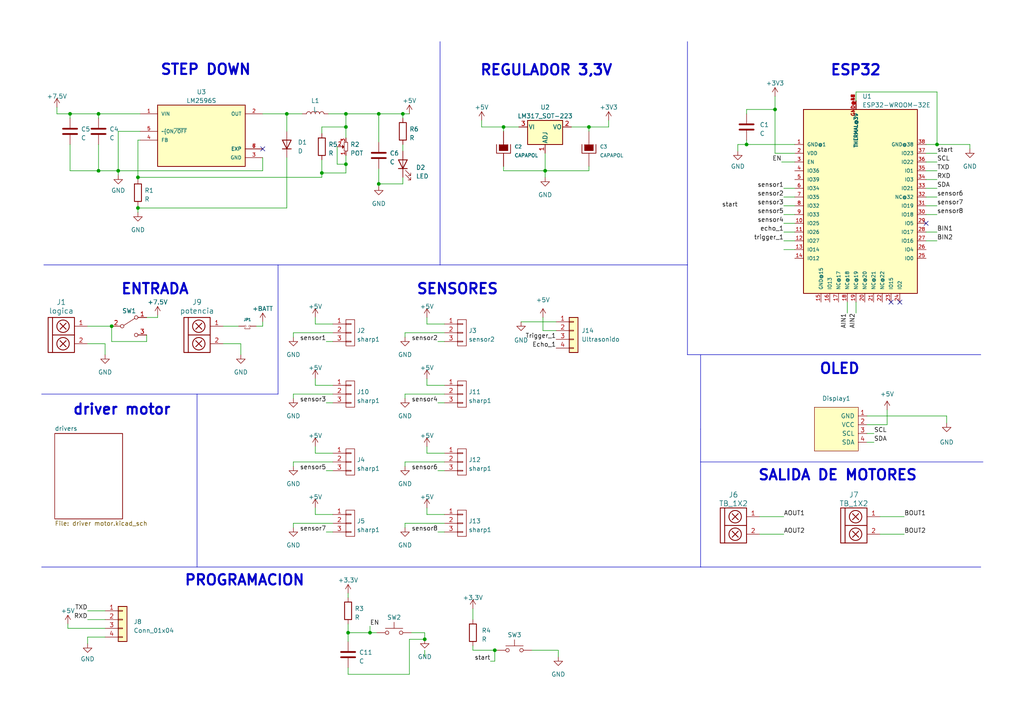
<source format=kicad_sch>
(kicad_sch (version 20230121) (generator eeschema)
  (paper "A4")
  (lib_symbols
    (symbol "CONN_01X03_1" (pin_names (offset 1.016) hide)
      (property "Reference" "J" (at 0 5.08 0))
      (property "Value" "CONN_01X03" (at 2.54 0 90))
      (symbol "CONN_01X03_1_0_1"
        (rectangle (start -1.27 -2.413) (end 0.254 -2.667))
        (rectangle (start -1.27 0.127) (end 0.254 -0.127))
        (rectangle (start -1.27 2.667) (end 0.254 2.413))
        (rectangle (start -1.27 3.81) (end 1.27 -3.81))
      )
      (symbol "CONN_01X03_1_1_1"
        (pin passive line (at -5.08 2.54 0) (length 3.81) (name "P1") (number "1"))
        (pin passive line (at -5.08 0 0) (length 3.81) (name "P2") (number "2"))
        (pin passive line (at -5.08 -2.54 0) (length 3.81) (name "P3") (number "3"))
      )
    )
    (symbol "Conn_01x04_1" (pin_names (offset 1.016) hide)
      (property "Reference" "J" (at 0 5.08 0))
      (property "Value" "Conn_01x04" (at 0 -7.62 0))
      (symbol "Conn_01x04_1_1_1"
        (rectangle (start -1.27 -4.953) (end 0 -5.207) (stroke (width 0.1524)))
        (rectangle (start -1.27 -2.413) (end 0 -2.667) (stroke (width 0.1524)))
        (rectangle (start -1.27 0.127) (end 0 -0.127) (stroke (width 0.1524)))
        (rectangle (start -1.27 2.667) (end 0 2.413) (stroke (width 0.1524)))
        (rectangle (start -1.27 3.81) (end 1.27 -6.35) (stroke (width 0.254)) (fill (type background)))
        (pin passive line (at -5.08 2.54 0) (length 3.81) (name "Pin_1") (number "1"))
        (pin passive line (at -5.08 0 0) (length 3.81) (name "Pin_2") (number "2"))
        (pin passive line (at -5.08 -2.54 0) (length 3.81) (name "Pin_3") (number "3"))
        (pin passive line (at -5.08 -5.08 0) (length 3.81) (name "Pin_4") (number "4"))
      )
    )
    (symbol "Device:C" (pin_numbers hide) (pin_names (offset 0.254))
      (property "Reference" "C" (at 0.635 2.54 0))
      (property "Value" "C" (at 0.635 -2.54 0))
      (symbol "C_0_1"
        (polyline (pts (xy -2.032 -0.762) (xy 2.032 -0.762)) (stroke (width 0.508)))
        (polyline (pts (xy -2.032 0.762) (xy 2.032 0.762)) (stroke (width 0.508)))
      )
      (symbol "C_1_1"
        (pin passive line (at 0 3.81 270) (length 2.794) (name "~") (number "1"))
        (pin passive line (at 0 -3.81 90) (length 2.794) (name "~") (number "2"))
      )
    )
    (symbol "Device:D" (pin_numbers hide) (pin_names (offset 1.016) hide)
      (property "Reference" "D" (at 0 2.54 0))
      (property "Value" "D" (at 0 -2.54 0))
      (symbol "D_0_1"
        (polyline (pts (xy -1.27 1.27) (xy -1.27 -1.27)) (stroke (width 0.254)))
        (polyline (pts (xy 1.27 0) (xy -1.27 0)))
        (polyline (pts (xy 1.27 1.27) (xy 1.27 -1.27) (xy -1.27 0) (xy 1.27 1.27)) (stroke (width 0.254)))
      )
      (symbol "D_1_1"
        (pin passive line (at -3.81 0 0) (length 2.54) (name "K") (number "1"))
        (pin passive line (at 3.81 0 180) (length 2.54) (name "A") (number "2"))
      )
    )
    (symbol "Device:L" (pin_numbers hide) (pin_names (offset 1.016) hide)
      (property "Reference" "L" (at -1.27 0 90))
      (property "Value" "L" (at 1.905 0 90))
      (symbol "L_0_1"
        (arc (start 0 -2.54) (mid 0.6323 -1.905) (end 0 -1.27))
        (arc (start 0 -1.27) (mid 0.6323 -0.635) (end 0 0))
        (arc (start 0 0) (mid 0.6323 0.635) (end 0 1.27))
        (arc (start 0 1.27) (mid 0.6323 1.905) (end 0 2.54))
      )
      (symbol "L_1_1"
        (pin passive line (at 0 3.81 270) (length 1.27) (name "1") (number "1"))
        (pin passive line (at 0 -3.81 90) (length 1.27) (name "2") (number "2"))
      )
    )
    (symbol "Device:LED" (pin_numbers hide) (pin_names (offset 1.016) hide)
      (property "Reference" "D" (at 0 2.54 0))
      (property "Value" "LED" (at 0 -2.54 0))
      (symbol "LED_0_1"
        (polyline (pts (xy -1.27 -1.27) (xy -1.27 1.27)) (stroke (width 0.254)))
        (polyline (pts (xy -1.27 0) (xy 1.27 0)))
        (polyline (pts (xy 1.27 -1.27) (xy 1.27 1.27) (xy -1.27 0) (xy 1.27 -1.27)) (stroke (width 0.254)))
        (polyline (pts (xy -3.048 -0.762) (xy -4.572 -2.286) (xy -3.81 -2.286) (xy -4.572 -2.286) (xy -4.572 -1.524)))
        (polyline (pts (xy -1.778 -0.762) (xy -3.302 -2.286) (xy -2.54 -2.286) (xy -3.302 -2.286) (xy -3.302 -1.524)))
      )
      (symbol "LED_1_1"
        (pin passive line (at -3.81 0 0) (length 2.54) (name "K") (number "1"))
        (pin passive line (at 3.81 0 180) (length 2.54) (name "A") (number "2"))
      )
    )
    (symbol "Device:R" (pin_numbers hide) (pin_names (offset 0))
      (property "Reference" "R" (at 2.032 0 90))
      (property "Value" "R" (at 0 0 90))
      (symbol "R_0_1"
        (rectangle (start -1.016 -2.54) (end 1.016 2.54) (stroke (width 0.254)))
      )
      (symbol "R_1_1"
        (pin passive line (at 0 3.81 270) (length 1.27) (name "~") (number "1"))
        (pin passive line (at 0 -3.81 90) (length 1.27) (name "~") (number "2"))
      )
    )
    (symbol "EESTN5:CAPAPOL" (pin_numbers hide) (pin_names (offset 0.254) hide)
      (property "Reference" "C" (at 1.27 2.54 0))
      (property "Value" "CAPAPOL" (at 1.27 -2.54 0))
      (symbol "CAPAPOL_0_1"
        (polyline (pts (xy -2.032 1.27) (xy -2.032 -1.27) (xy 2.032 -1.27) (xy 2.032 1.27)) (stroke (width 0.2032)))
        (polyline (pts (xy -1.27 1.27) (xy -1.27 -0.508) (xy 1.27 -0.508) (xy 1.27 1.27)) (fill (type outline)))
      )
      (symbol "CAPAPOL_1_1"
        (pin passive line (at 0 5.08 270) (length 3.81) (name "~") (number "1"))
        (pin passive line (at 0 -5.08 90) (length 3.81) (name "~") (number "2"))
      )
    )
    (symbol "EESTN5:Conn_01x04" (pin_names (offset 1.016) hide)
      (property "Reference" "J" (at 0 5.08 0))
      (property "Value" "Conn_01x04" (at 0 -7.62 0))
      (symbol "Conn_01x04_1_1"
        (rectangle (start -1.27 -4.953) (end 0 -5.207) (stroke (width 0.1524)))
        (rectangle (start -1.27 -2.413) (end 0 -2.667) (stroke (width 0.1524)))
        (rectangle (start -1.27 0.127) (end 0 -0.127) (stroke (width 0.1524)))
        (rectangle (start -1.27 2.667) (end 0 2.413) (stroke (width 0.1524)))
        (rectangle (start -1.27 3.81) (end 1.27 -6.35) (stroke (width 0.254)) (fill (type background)))
        (pin passive line (at -5.08 2.54 0) (length 3.81) (name "Pin_1") (number "1"))
        (pin passive line (at -5.08 0 0) (length 3.81) (name "Pin_2") (number "2"))
        (pin passive line (at -5.08 -2.54 0) (length 3.81) (name "Pin_3") (number "3"))
        (pin passive line (at -5.08 -5.08 0) (length 3.81) (name "Pin_4") (number "4"))
      )
    )
    (symbol "EESTN5:Jumper" (pin_numbers hide) (pin_names (offset 0) hide)
      (property "Reference" "JP" (at 0 -1.905 0))
      (symbol "Jumper_0_1"
        (circle (center -0.635 0) (radius 0.254) (stroke (width 0.0508)))
        (polyline (pts (xy -0.762 -0.508) (xy -0.762 -0.762) (xy 0.762 -0.762) (xy 0.762 -0.508) (xy 0.762 -0.508)) (stroke (width 0.127)))
        (circle (center 0.635 0) (radius 0.254) (stroke (width 0.0508)))
      )
      (symbol "Jumper_1_1"
        (pin passive line (at -2.54 0 0) (length 1.651) (name "A") (number "1"))
        (pin passive line (at 2.54 0 180) (length 1.651) (name "B") (number "2"))
      )
    )
    (symbol "EESTN5:POT" (pin_names (offset 1.016) hide)
      (property "Reference" "R" (at 0 -1.27 0))
      (property "Value" "POT" (at 0 -3.81 0))
      (symbol "POT_0_0"
        (rectangle (start -1.27 0.508) (end 1.27 -0.508))
      )
      (symbol "POT_0_1"
        (polyline (pts (xy 0 0.508) (xy -0.508 1.016) (xy 0.508 1.016)) (fill (type outline)))
      )
      (symbol "POT_1_1"
        (pin passive line (at -2.54 0 0) (length 1.27) (name "1") (number "1"))
        (pin passive line (at 0 2.54 270) (length 1.524) (name "2") (number "2"))
        (pin passive line (at 2.54 0 180) (length 1.27) (name "3") (number "3"))
      )
    )
    (symbol "EESTN5:SSD1306-SSD1306-128x64_OLED" (pin_names (offset 1.016))
      (property "Reference" "Display" (at 0 -3.81 0))
      (symbol "SSD1306-SSD1306-128x64_OLED_0_1"
        (rectangle (start -6.35 6.35) (end 6.35 -6.35) (fill (type background)))
      )
      (symbol "SSD1306-SSD1306-128x64_OLED_1_1"
        (pin input line (at -3.81 8.89 270) (length 2.54) (name "GND") (number "1"))
        (pin input line (at -1.27 8.89 270) (length 2.54) (name "VCC") (number "2"))
        (pin input line (at 1.27 8.89 270) (length 2.54) (name "SCL") (number "3"))
        (pin input line (at 3.81 8.89 270) (length 2.54) (name "SDA") (number "4"))
      )
    )
    (symbol "EESTN5:SW_Push" (pin_numbers hide) (pin_names (offset 1.016) hide)
      (property "Reference" "SW" (at 1.27 2.54 0))
      (symbol "SW_Push_0_1"
        (circle (center -2.032 0) (radius 0.508))
        (polyline (pts (xy 0 1.27) (xy 0 3.048)))
        (polyline (pts (xy 2.54 1.27) (xy -2.54 1.27)))
        (circle (center 2.032 0) (radius 0.508))
        (pin passive line (at -5.08 0 0) (length 2.54) (name "1") (number "1"))
        (pin passive line (at 5.08 0 180) (length 2.54) (name "2") (number "2"))
      )
    )
    (symbol "EESTN5:SW_SPDT" (pin_names (offset 0) hide)
      (property "Reference" "SW" (at 0 4.318 0))
      (symbol "SW_SPDT_0_0"
        (circle (center -2.032 0) (radius 0.508))
        (circle (center 2.032 -2.54) (radius 0.508))
      )
      (symbol "SW_SPDT_0_1"
        (polyline (pts (xy -1.524 0.254) (xy 1.651 2.286)))
        (circle (center 2.032 2.54) (radius 0.508))
      )
      (symbol "SW_SPDT_1_1"
        (pin passive line (at 5.08 2.54 180) (length 2.54) (name "A") (number "1"))
        (pin passive line (at -5.08 0 0) (length 2.54) (name "B") (number "2"))
        (pin passive line (at 5.08 -2.54 180) (length 2.54) (name "C") (number "3"))
      )
    )
    (symbol "EESTN5:TB_1X2" (pin_names (offset 1.016))
      (property "Reference" "J" (at 0 7.62 0))
      (property "Value" "TB_1X2" (at 1.27 -7.62 0))
      (symbol "TB_1X2_0_1"
        (rectangle (start -2.54 5.08) (end 5.08 -5.08) (stroke (width 0.254)))
        (polyline (pts (xy -1.27 0) (xy 5.08 0)) (stroke (width 0.254)))
        (polyline (pts (xy -1.27 5.08) (xy -1.27 -5.08)) (stroke (width 0.254)))
        (polyline (pts (xy 0.889 -3.429) (xy 2.667 -1.651)) (stroke (width 0.254)))
        (polyline (pts (xy 0.889 -1.651) (xy 2.667 -3.429)) (stroke (width 0.254)))
        (polyline (pts (xy 0.889 1.651) (xy 2.667 3.429)) (stroke (width 0.254)))
        (polyline (pts (xy 0.889 3.429) (xy 2.667 1.651)) (stroke (width 0.254)))
        (circle (center 1.778 -2.54) (radius 1.8034) (stroke (width 0.254)))
        (circle (center 1.778 2.54) (radius 1.8034) (stroke (width 0.254)))
      )
      (symbol "TB_1X2_1_1"
        (pin input line (at 8.89 2.54 180) (length 3.81) (name "~") (number "1"))
        (pin input line (at 8.89 -2.54 180) (length 3.81) (name "~") (number "2"))
      )
    )
    (symbol "ESP32-WROOM-32-chip:ESP32-WROOM-32E" (pin_names (offset 1.016))
      (property "Reference" "U" (at -17.78 30.48 0))
      (property "Value" "ESP32-WROOM-32E" (at -17.78 -38.1 0))
      (symbol "ESP32-WROOM-32E_0_0"
        (rectangle (start -15.24 -30.48) (end 17.78 22.86) (stroke (width 0.254)) (fill (type background)))
        (pin bidirectional line (at -17.78 12.7 0) (length 2.54) (name "GND@1") (number "1"))
        (pin bidirectional line (at -17.78 -10.16 0) (length 2.54) (name "IO25") (number "10"))
        (pin bidirectional line (at -17.78 -12.7 0) (length 2.54) (name "IO26") (number "11"))
        (pin bidirectional line (at -17.78 -15.24 0) (length 2.54) (name "IO27") (number "12"))
        (pin bidirectional line (at -17.78 -17.78 0) (length 2.54) (name "IO14") (number "13"))
        (pin bidirectional line (at -17.78 -20.32 0) (length 2.54) (name "IO12") (number "14"))
        (pin bidirectional line (at -10.16 -33.02 90) (length 2.54) (name "GND@15") (number "15"))
        (pin bidirectional line (at -7.62 -33.02 90) (length 2.54) (name "IO13") (number "16"))
        (pin bidirectional line (at -5.08 -33.02 90) (length 2.54) (name "NC@17") (number "17"))
        (pin bidirectional line (at -2.54 -33.02 90) (length 2.54) (name "NC@18") (number "18"))
        (pin bidirectional line (at 0 -33.02 90) (length 2.54) (name "NC@19") (number "19"))
        (pin bidirectional line (at -17.78 10.16 0) (length 2.54) (name "VDD") (number "2"))
        (pin bidirectional line (at 2.54 -33.02 90) (length 2.54) (name "NC@20") (number "20"))
        (pin bidirectional line (at 5.08 -33.02 90) (length 2.54) (name "NC@21") (number "21"))
        (pin bidirectional line (at 7.62 -33.02 90) (length 2.54) (name "NC@22") (number "22"))
        (pin bidirectional line (at 10.16 -33.02 90) (length 2.54) (name "IO15") (number "23"))
        (pin bidirectional line (at 12.7 -33.02 90) (length 2.54) (name "IO2") (number "24"))
        (pin bidirectional line (at 20.32 -20.32 180) (length 2.54) (name "IO0") (number "25"))
        (pin bidirectional line (at 20.32 -17.78 180) (length 2.54) (name "IO4") (number "26"))
        (pin bidirectional line (at 20.32 -15.24 180) (length 2.54) (name "IO16") (number "27"))
        (pin bidirectional line (at 20.32 -12.7 180) (length 2.54) (name "IO17") (number "28"))
        (pin bidirectional line (at 20.32 -10.16 180) (length 2.54) (name "IO5") (number "29"))
        (pin bidirectional line (at -17.78 7.62 0) (length 2.54) (name "EN") (number "3"))
        (pin bidirectional line (at 20.32 -7.62 180) (length 2.54) (name "IO18") (number "30"))
        (pin bidirectional line (at 20.32 -5.08 180) (length 2.54) (name "IO19") (number "31"))
        (pin bidirectional line (at 20.32 -2.54 180) (length 2.54) (name "NC@32") (number "32"))
        (pin bidirectional line (at 20.32 0 180) (length 2.54) (name "IO21") (number "33"))
        (pin bidirectional line (at 20.32 2.54 180) (length 2.54) (name "IO3") (number "34"))
        (pin bidirectional line (at 20.32 5.08 180) (length 2.54) (name "IO1") (number "35"))
        (pin bidirectional line (at 20.32 7.62 180) (length 2.54) (name "IO22") (number "36"))
        (pin bidirectional line (at 20.32 10.16 180) (length 2.54) (name "IO23") (number "37"))
        (pin bidirectional line (at 20.32 12.7 180) (length 2.54) (name "GND@38") (number "38"))
        (pin bidirectional line (at -17.78 5.08 0) (length 2.54) (name "IO36") (number "4"))
        (pin bidirectional line (at -17.78 2.54 0) (length 2.54) (name "IO39") (number "5"))
        (pin bidirectional line (at -17.78 0 0) (length 2.54) (name "IO34") (number "6"))
        (pin bidirectional line (at -17.78 -2.54 0) (length 2.54) (name "IO35") (number "7"))
        (pin bidirectional line (at -17.78 -5.08 0) (length 2.54) (name "IO32") (number "8"))
        (pin bidirectional line (at -17.78 -7.62 0) (length 2.54) (name "IO33") (number "9"))
        (pin bidirectional line (at 0 25.4 270) (length 2.54) (name "THERMAL@39") (number "GND@39"))
        (pin bidirectional line (at 0 25.4 270) (length 2.54) (name "THERMAL@39") (number "GND@40"))
        (pin bidirectional line (at 0 25.4 270) (length 2.54) (name "THERMAL@39") (number "GND@41"))
        (pin bidirectional line (at 0 25.4 270) (length 2.54) (name "THERMAL@39") (number "GND@42"))
        (pin bidirectional line (at 0 25.4 270) (length 2.54) (name "THERMAL@39") (number "GND@43"))
        (pin bidirectional line (at 0 25.4 270) (length 2.54) (name "THERMAL@39") (number "GND@44"))
        (pin bidirectional line (at 0 25.4 270) (length 2.54) (name "THERMAL@39") (number "GND@45"))
        (pin bidirectional line (at 0 25.4 270) (length 2.54) (name "THERMAL@39") (number "GND@46"))
        (pin bidirectional line (at 0 25.4 270) (length 2.54) (name "THERMAL@39") (number "GND@47"))
      )
    )
    (symbol "LM2596S-3.3:LM2596S-3.3" (pin_names (offset 1.016))
      (property "Reference" "U" (at -12.7 11.43 0))
      (property "Value" "LM2596S-3.3" (at -12.7 -8.89 0))
      (symbol "LM2596S-3.3_0_0"
        (rectangle (start -12.7 -7.62) (end 12.7 10.16) (stroke (width 0.254)) (fill (type background)))
        (pin input line (at -17.78 7.62 0) (length 5.08) (name "VIN") (number "1"))
        (pin output line (at 17.78 7.62 180) (length 5.08) (name "OUT") (number "2"))
        (pin power_in line (at 17.78 -5.08 180) (length 5.08) (name "GND") (number "3"))
        (pin input line (at -17.78 0 0) (length 5.08) (name "FB") (number "4"))
        (pin input line (at -17.78 2.54 0) (length 5.08) (name "~{ON~{/OFF}") (number "5"))
        (pin power_in line (at 17.78 -2.54 180) (length 5.08) (name "EXP") (number "6"))
        (pin power_in line (at 17.78 -2.54 180) (length 5.08) (name "EXP") (number "7"))
      )
    )
    (symbol "Regulator_Linear:LM317_SOT-223" (pin_names (offset 0.254))
      (property "Reference" "U" (at -3.81 3.175 0))
      (property "Value" "LM317_SOT-223" (at 0 3.175 0))
      (symbol "LM317_SOT-223_0_1"
        (rectangle (start -5.08 1.905) (end 5.08 -5.08) (stroke (width 0.254)) (fill (type background)))
      )
      (symbol "LM317_SOT-223_1_1"
        (pin input line (at 0 -7.62 90) (length 2.54) (name "ADJ") (number "1"))
        (pin power_out line (at 7.62 0 180) (length 2.54) (name "VO") (number "2"))
        (pin power_in line (at -7.62 0 0) (length 2.54) (name "VI") (number "3"))
      )
    )
    (symbol "power:+3.3V" (power) (pin_names (offset 0))
      (property "Value" "+3.3V" (at 0 3.556 0))
      (symbol "+3.3V_0_1"
        (polyline (pts (xy -0.762 1.27) (xy 0 2.54)))
        (polyline (pts (xy 0 0) (xy 0 2.54)))
        (polyline (pts (xy 0 2.54) (xy 0.762 1.27)))
      )
      (symbol "+3.3V_1_1"
        (pin power_in line (at 0 0 90) (length 0) hide (name "+3.3V") (number "1"))
      )
    )
    (symbol "power:+3V3" (power) (pin_names (offset 0))
      (property "Value" "+3V3" (at 0 3.556 0))
      (symbol "+3V3_0_1"
        (polyline (pts (xy -0.762 1.27) (xy 0 2.54)))
        (polyline (pts (xy 0 0) (xy 0 2.54)))
        (polyline (pts (xy 0 2.54) (xy 0.762 1.27)))
      )
      (symbol "+3V3_1_1"
        (pin power_in line (at 0 0 90) (length 0) hide (name "+3V3") (number "1"))
      )
    )
    (symbol "power:+5V" (power) (pin_names (offset 0))
      (property "Value" "+5V" (at 0 3.556 0))
      (symbol "+5V_0_1"
        (polyline (pts (xy -0.762 1.27) (xy 0 2.54)))
        (polyline (pts (xy 0 0) (xy 0 2.54)))
        (polyline (pts (xy 0 2.54) (xy 0.762 1.27)))
      )
      (symbol "+5V_1_1"
        (pin power_in line (at 0 0 90) (length 0) hide (name "+5V") (number "1"))
      )
    )
    (symbol "power:+7.5V" (power) (pin_names (offset 0))
      (property "Value" "+7.5V" (at 0 3.556 0))
      (symbol "+7.5V_0_1"
        (polyline (pts (xy -0.762 1.27) (xy 0 2.54)))
        (polyline (pts (xy 0 0) (xy 0 2.54)))
        (polyline (pts (xy 0 2.54) (xy 0.762 1.27)))
      )
      (symbol "+7.5V_1_1"
        (pin power_in line (at 0 0 90) (length 0) hide (name "+7.5V") (number "1"))
      )
    )
    (symbol "power:+BATT" (power) (pin_names (offset 0))
      (property "Value" "+BATT" (at 0 3.556 0))
      (symbol "+BATT_0_1"
        (polyline (pts (xy -0.762 1.27) (xy 0 2.54)))
        (polyline (pts (xy 0 0) (xy 0 2.54)))
        (polyline (pts (xy 0 2.54) (xy 0.762 1.27)))
      )
      (symbol "+BATT_1_1"
        (pin power_in line (at 0 0 90) (length 0) hide (name "+BATT") (number "1"))
      )
    )
    (symbol "power:GND" (power) (pin_names (offset 0))
      (property "Value" "GND" (at 0 -3.81 0))
      (symbol "GND_0_1"
        (polyline (pts (xy 0 0) (xy 0 -1.27) (xy 1.27 -1.27) (xy 0 -2.54) (xy -1.27 -1.27) (xy 0 -1.27)))
      )
      (symbol "GND_1_1"
        (pin power_in line (at 0 0 270) (length 0) hide (name "GND") (number "1"))
      )
    )
  )
  (junction (at 158.115 49.53))
  (junction (at 116.84 33.02))
  (junction (at 32.385 94.615))
  (junction (at 146.05 36.83))
  (junction (at 83.185 33.02))
  (junction (at 100.33 36.83))
  (junction (at 34.29 49.53))
  (junction (at 40.005 60.325))
  (junction (at 93.345 50.165))
  (junction (at 170.815 36.83))
  (junction (at 28.575 49.53))
  (junction (at 100.33 47.625))
  (junction (at 216.535 41.91))
  (junction (at 107.315 183.515))
  (junction (at 100.965 183.515))
  (junction (at 123.19 185.42))
  (junction (at 143.51 188.595))
  (junction (at 100.33 33.02))
  (junction (at 20.32 33.02))
  (junction (at 28.575 33.02))
  (junction (at 224.79 31.75))
  (junction (at 40.005 51.435))
  (junction (at 109.855 33.02))
  (junction (at 271.78 41.91))
  (junction (at 109.855 53.34))
  (no_connect (at 76.2 43.18))
  (no_connect (at 258.445 87.63))
  (no_connect (at 260.985 87.63))
  (no_connect (at 268.605 64.77))
  (wire (pts (xy 93.345 38.735) (xy 93.345 36.83)))
  (polyline (pts (xy 127.635 76.835) (xy 199.39 76.835)))
  (wire (pts (xy 25.4 94.615) (xy 32.385 94.615)))
  (wire (pts (xy 94.615 154.305) (xy 96.52 154.305)))
  (wire (pts (xy 227.33 54.61) (xy 230.505 54.61)))
  (wire (pts (xy 165.735 36.83) (xy 170.815 36.83)))
  (wire (pts (xy 158.115 49.53) (xy 158.115 51.435)))
  (wire (pts (xy 100.33 47.625) (xy 100.33 50.165)))
  (polyline (pts (xy 203.2 164.465) (xy 284.48 164.465)))
  (wire (pts (xy 109.855 33.02) (xy 109.855 41.275)))
  (wire (pts (xy 216.535 31.75) (xy 224.79 31.75)))
  (wire (pts (xy 146.05 49.53) (xy 158.115 49.53)))
  (wire (pts (xy 93.345 46.355) (xy 93.345 50.165)))
  (wire (pts (xy 93.345 51.435) (xy 93.345 50.165)))
  (wire (pts (xy 64.77 99.695) (xy 69.85 99.695)))
  (wire (pts (xy 268.605 44.45) (xy 271.78 44.45)))
  (wire (pts (xy 40.005 51.435) (xy 40.005 52.07)))
  (wire (pts (xy 226.695 46.99) (xy 230.505 46.99)))
  (wire (pts (xy 128.905 151.765) (xy 117.475 151.765)))
  (wire (pts (xy 34.29 38.1) (xy 34.29 49.53)))
  (wire (pts (xy 91.44 92.075) (xy 91.44 93.98)))
  (wire (pts (xy 251.46 123.19) (xy 257.302 123.19)))
  (wire (pts (xy 25.4 179.705) (xy 30.48 179.705)))
  (wire (pts (xy 123.19 183.515) (xy 123.19 185.42)))
  (wire (pts (xy 94.615 136.525) (xy 96.52 136.525)))
  (wire (pts (xy 268.605 69.85) (xy 271.78 69.85)))
  (wire (pts (xy 91.44 109.855) (xy 91.44 111.76)))
  (wire (pts (xy 83.185 45.72) (xy 83.185 60.325)))
  (wire (pts (xy 227.33 59.69) (xy 230.505 59.69)))
  (wire (pts (xy 268.605 52.07) (xy 271.78 52.07)))
  (wire (pts (xy 30.48 184.785) (xy 25.4 184.785)))
  (wire (pts (xy 25.4 177.165) (xy 30.48 177.165)))
  (wire (pts (xy 251.46 120.65) (xy 274.574 120.65)))
  (wire (pts (xy 227.33 72.39) (xy 230.505 72.39)))
  (wire (pts (xy 40.005 40.64) (xy 40.64 40.64)))
  (wire (pts (xy 268.605 46.99) (xy 271.78 46.99)))
  (wire (pts (xy 227.33 67.31) (xy 230.505 67.31)))
  (wire (pts (xy 220.345 149.86) (xy 227.33 149.86)))
  (wire (pts (xy 116.84 51.435) (xy 116.84 53.34)))
  (wire (pts (xy 224.79 44.45) (xy 230.505 44.45)))
  (wire (pts (xy 139.7 36.83) (xy 146.05 36.83)))
  (wire (pts (xy 96.52 133.985) (xy 85.09 133.985)))
  (polyline (pts (xy 12.065 114.3) (xy 80.645 114.3)))
  (wire (pts (xy 42.545 92.075) (xy 45.72 92.075)))
  (wire (pts (xy 32.385 99.06) (xy 42.545 99.06)))
  (wire (pts (xy 109.855 53.975) (xy 109.855 53.34)))
  (wire (pts (xy 107.315 183.515) (xy 109.22 183.515)))
  (wire (pts (xy 30.48 99.695) (xy 30.48 102.87)))
  (wire (pts (xy 119.38 183.515) (xy 123.19 183.515)))
  (wire (pts (xy 76.2 33.02) (xy 83.185 33.02)))
  (wire (pts (xy 220.345 154.94) (xy 227.33 154.94)))
  (wire (pts (xy 109.855 53.34) (xy 116.84 53.34)))
  (wire (pts (xy 128.905 149.225) (xy 123.825 149.225)))
  (wire (pts (xy 83.185 33.02) (xy 87.63 33.02)))
  (wire (pts (xy 100.965 195.58) (xy 118.745 195.58)))
  (wire (pts (xy 109.855 33.02) (xy 116.84 33.02)))
  (wire (pts (xy 85.09 96.52) (xy 85.09 97.79)))
  (wire (pts (xy 128.905 111.76) (xy 123.825 111.76)))
  (wire (pts (xy 143.51 188.595) (xy 143.51 191.77)))
  (polyline (pts (xy 80.645 114.3) (xy 80.645 76.835)))
  (wire (pts (xy 19.685 180.975) (xy 19.685 182.245)))
  (polyline (pts (xy 199.39 12.065) (xy 199.39 76.835)))
  (wire (pts (xy 158.115 44.45) (xy 158.115 49.53)))
  (polyline (pts (xy 203.2 124.46) (xy 203.2 133.985)))
  (wire (pts (xy 255.27 154.94) (xy 262.255 154.94)))
  (wire (pts (xy 161.925 188.595) (xy 161.925 190.5)))
  (wire (pts (xy 268.605 57.15) (xy 271.78 57.15)))
  (wire (pts (xy 146.05 48.26) (xy 146.05 49.53)))
  (wire (pts (xy 123.825 109.855) (xy 123.825 111.76)))
  (wire (pts (xy 128.905 133.985) (xy 117.475 133.985)))
  (wire (pts (xy 117.475 151.765) (xy 117.475 153.035)))
  (wire (pts (xy 123.825 147.32) (xy 123.825 149.225)))
  (wire (pts (xy 268.605 62.23) (xy 271.78 62.23)))
  (wire (pts (xy 96.52 131.445) (xy 91.44 131.445)))
  (wire (pts (xy 123.825 92.075) (xy 123.825 93.98)))
  (wire (pts (xy 216.535 41.91) (xy 213.995 41.91)))
  (wire (pts (xy 248.285 26.67) (xy 271.78 26.67)))
  (wire (pts (xy 85.09 133.985) (xy 85.09 135.255)))
  (wire (pts (xy 143.51 188.595) (xy 137.16 188.595)))
  (wire (pts (xy 268.605 59.69) (xy 271.78 59.69)))
  (wire (pts (xy 20.32 41.91) (xy 20.32 49.53)))
  (wire (pts (xy 30.48 182.245) (xy 19.685 182.245)))
  (wire (pts (xy 25.4 99.695) (xy 30.48 99.695)))
  (wire (pts (xy 100.965 183.515) (xy 107.315 183.515)))
  (wire (pts (xy 20.32 33.02) (xy 28.575 33.02)))
  (wire (pts (xy 40.005 59.69) (xy 40.005 60.325)))
  (wire (pts (xy 16.51 33.02) (xy 20.32 33.02)))
  (wire (pts (xy 157.48 92.075) (xy 157.48 95.885)))
  (wire (pts (xy 144.145 188.595) (xy 143.51 188.595)))
  (wire (pts (xy 100.33 33.02) (xy 109.855 33.02)))
  (wire (pts (xy 100.965 172.085) (xy 100.965 173.355)))
  (wire (pts (xy 109.855 48.895) (xy 109.855 53.34)))
  (wire (pts (xy 127 154.305) (xy 128.905 154.305)))
  (wire (pts (xy 28.575 49.53) (xy 34.29 49.53)))
  (wire (pts (xy 271.78 41.91) (xy 268.605 41.91)))
  (wire (pts (xy 20.32 49.53) (xy 28.575 49.53)))
  (wire (pts (xy 170.815 49.53) (xy 158.115 49.53)))
  (wire (pts (xy 248.285 90.805) (xy 248.285 87.63)))
  (wire (pts (xy 91.44 147.32) (xy 91.44 149.225)))
  (wire (pts (xy 117.475 96.52) (xy 117.475 97.79)))
  (wire (pts (xy 40.64 38.1) (xy 34.29 38.1)))
  (wire (pts (xy 271.78 26.67) (xy 271.78 41.91)))
  (wire (pts (xy 76.2 45.72) (xy 76.2 49.53)))
  (wire (pts (xy 45.72 91.44) (xy 45.72 92.075)))
  (wire (pts (xy 274.574 120.65) (xy 274.574 122.682)))
  (wire (pts (xy 93.345 36.83) (xy 100.33 36.83)))
  (wire (pts (xy 83.185 60.325) (xy 40.005 60.325)))
  (wire (pts (xy 34.29 49.53) (xy 34.29 50.8)))
  (wire (pts (xy 117.475 114.3) (xy 117.475 115.57)))
  (polyline (pts (xy 57.15 114.3) (xy 57.15 164.465)))
  (polyline (pts (xy 203.2 133.985) (xy 203.2 164.465)))
  (wire (pts (xy 28.575 33.02) (xy 40.64 33.02)))
  (wire (pts (xy 96.52 93.98) (xy 91.44 93.98)))
  (wire (pts (xy 216.535 33.02) (xy 216.535 31.75)))
  (polyline (pts (xy 12.7 76.835) (xy 127.635 76.835)))
  (wire (pts (xy 96.52 96.52) (xy 85.09 96.52)))
  (wire (pts (xy 28.575 41.91) (xy 28.575 49.53)))
  (wire (pts (xy 32.385 94.615) (xy 32.385 99.06)))
  (wire (pts (xy 281.305 41.91) (xy 281.305 43.18)))
  (wire (pts (xy 127 116.84) (xy 128.905 116.84)))
  (wire (pts (xy 100.965 193.675) (xy 100.965 195.58)))
  (wire (pts (xy 94.615 116.84) (xy 96.52 116.84)))
  (polyline (pts (xy 203.2 133.985) (xy 285.115 133.985)))
  (wire (pts (xy 128.905 96.52) (xy 117.475 96.52)))
  (wire (pts (xy 95.25 33.02) (xy 100.33 33.02)))
  (wire (pts (xy 128.905 131.445) (xy 123.825 131.445)))
  (wire (pts (xy 42.545 99.06) (xy 42.545 97.155)))
  (wire (pts (xy 117.475 133.985) (xy 117.475 135.255)))
  (wire (pts (xy 227.33 64.77) (xy 230.505 64.77)))
  (wire (pts (xy 245.745 90.805) (xy 245.745 87.63)))
  (wire (pts (xy 154.305 188.595) (xy 161.925 188.595)))
  (polyline (pts (xy 203.2 124.46) (xy 203.2 102.87)))
  (wire (pts (xy 224.79 31.75) (xy 224.79 44.45)))
  (wire (pts (xy 116.84 33.02) (xy 116.84 34.29)))
  (wire (pts (xy 64.77 94.615) (xy 69.215 94.615)))
  (wire (pts (xy 85.09 114.3) (xy 85.09 115.57)))
  (wire (pts (xy 25.4 184.785) (xy 25.4 186.69)))
  (wire (pts (xy 94.615 99.06) (xy 96.52 99.06)))
  (wire (pts (xy 116.84 33.02) (xy 118.745 33.02)))
  (wire (pts (xy 100.33 45.085) (xy 100.33 47.625)))
  (wire (pts (xy 151.13 93.345) (xy 161.29 93.345)))
  (wire (pts (xy 28.575 33.02) (xy 28.575 34.29)))
  (wire (pts (xy 128.905 114.3) (xy 117.475 114.3)))
  (wire (pts (xy 96.52 151.765) (xy 85.09 151.765)))
  (wire (pts (xy 123.19 188.595) (xy 123.19 190.5)))
  (wire (pts (xy 128.905 93.98) (xy 123.825 93.98)))
  (wire (pts (xy 97.79 42.545) (xy 97.79 47.625)))
  (wire (pts (xy 146.05 36.83) (xy 146.05 38.1)))
  (wire (pts (xy 123.825 129.54) (xy 123.825 131.445)))
  (wire (pts (xy 127 136.525) (xy 128.905 136.525)))
  (wire (pts (xy 161.29 95.885) (xy 157.48 95.885)))
  (wire (pts (xy 146.05 36.83) (xy 150.495 36.83)))
  (wire (pts (xy 248.285 29.21) (xy 248.285 26.67)))
  (wire (pts (xy 227.33 69.85) (xy 230.505 69.85)))
  (wire (pts (xy 40.005 51.435) (xy 93.345 51.435)))
  (wire (pts (xy 100.33 36.83) (xy 100.33 40.005)))
  (wire (pts (xy 96.52 149.225) (xy 91.44 149.225)))
  (wire (pts (xy 251.46 125.73) (xy 253.492 125.73)))
  (wire (pts (xy 216.535 40.64) (xy 216.535 41.91)))
  (wire (pts (xy 85.09 151.765) (xy 85.09 153.035)))
  (wire (pts (xy 91.44 129.54) (xy 91.44 131.445)))
  (wire (pts (xy 69.85 99.695) (xy 69.85 102.87)))
  (wire (pts (xy 96.52 111.76) (xy 91.44 111.76)))
  (wire (pts (xy 100.965 183.515) (xy 100.965 186.055)))
  (wire (pts (xy 268.605 67.31) (xy 271.78 67.31)))
  (wire (pts (xy 170.815 36.83) (xy 170.815 38.1)))
  (wire (pts (xy 76.2 93.345) (xy 76.2 94.615)))
  (wire (pts (xy 83.185 38.1) (xy 83.185 33.02)))
  (polyline (pts (xy 199.39 102.87) (xy 284.48 102.87)))
  (wire (pts (xy 170.815 48.26) (xy 170.815 49.53)))
  (polyline (pts (xy 127.635 12.065) (xy 127.635 76.835)))
  (wire (pts (xy 216.535 41.91) (xy 230.505 41.91)))
  (wire (pts (xy 93.345 50.165) (xy 100.33 50.165)))
  (wire (pts (xy 137.16 176.53) (xy 137.16 179.705)))
  (wire (pts (xy 127 99.06) (xy 128.905 99.06)))
  (wire (pts (xy 224.79 27.94) (xy 224.79 31.75)))
  (wire (pts (xy 268.605 54.61) (xy 271.78 54.61)))
  (wire (pts (xy 76.2 49.53) (xy 34.29 49.53)))
  (wire (pts (xy 176.53 34.925) (xy 176.53 36.83)))
  (wire (pts (xy 96.52 114.3) (xy 85.09 114.3)))
  (wire (pts (xy 137.16 187.325) (xy 137.16 188.595)))
  (polyline (pts (xy 199.39 76.835) (xy 199.39 102.87)))
  (wire (pts (xy 213.995 41.91) (xy 213.995 43.815)))
  (wire (pts (xy 255.27 149.86) (xy 262.255 149.86)))
  (wire (pts (xy 97.79 47.625) (xy 100.33 47.625)))
  (polyline (pts (xy 12.065 164.465) (xy 203.2 164.465)))
  (wire (pts (xy 268.605 49.53) (xy 271.78 49.53)))
  (wire (pts (xy 100.33 33.02) (xy 100.33 36.83)))
  (wire (pts (xy 170.815 36.83) (xy 176.53 36.83)))
  (wire (pts (xy 271.78 41.91) (xy 281.305 41.91)))
  (wire (pts (xy 257.302 118.872) (xy 257.302 123.19)))
  (wire (pts (xy 16.51 31.115) (xy 16.51 33.02)))
  (wire (pts (xy 74.295 94.615) (xy 76.2 94.615)))
  (wire (pts (xy 20.32 33.02) (xy 20.32 34.29)))
  (wire (pts (xy 40.005 60.325) (xy 40.005 61.595)))
  (wire (pts (xy 142.24 191.77) (xy 143.51 191.77)))
  (wire (pts (xy 251.46 128.27) (xy 253.492 128.27)))
  (wire (pts (xy 118.745 195.58) (xy 118.745 185.42)))
  (wire (pts (xy 116.84 43.815) (xy 116.84 41.91)))
  (wire (pts (xy 118.745 185.42) (xy 123.19 185.42)))
  (wire (pts (xy 139.7 34.925) (xy 139.7 36.83)))
  (wire (pts (xy 107.315 181.61) (xy 107.315 183.515)))
  (wire (pts (xy 227.33 62.23) (xy 230.505 62.23)))
  (wire (pts (xy 227.33 57.15) (xy 230.505 57.15)))
  (wire (pts (xy 40.005 40.64) (xy 40.005 51.435)))
  (wire (pts (xy 100.965 180.975) (xy 100.965 183.515)))
  (text "PROGRAMACION " (at 53.34 170.18 0) (effects (font (size 3 3) (thickness 0.6) bold) (justify left bottom)))
  (text "SENSORES\n" (at 120.65 85.725 0) (effects (font (size 3 3) bold) (justify left bottom)))
  (text "ESP32\n" (at 240.665 22.225 0) (effects (font (size 3 3) (thickness 0.6) bold) (justify left bottom)))
  (text "driver motor" (at 20.955 120.65 0) (effects (font (size 3 3) (thickness 0.6) bold) (justify left bottom)))
  (text "SALIDA DE MOTORES" (at 219.71 139.7 0) (effects (font (size 3 3) bold) (justify left bottom)))
  (text "REGULADOR 3,3V\n" (at 139.065 22.225 0) (effects (font (size 3 3) (thickness 0.6) bold) (justify left bottom)))
  (text "ENTRADA\n" (at 34.925 85.725 0) (effects (font (size 3 3) bold) (justify left bottom)))
  (text "OLED\n\n" (at 237.49 113.665 0) (effects (font (size 3 3) bold) (justify left bottom)))
  (text "STEP DOWN\n\n\n" (at 46.355 31.75 0) (effects (font (size 3 3) (thickness 0.6) bold) (justify left bottom)))
  (label "SDA" (at 253.492 128.27 0))
  (label "Trigger_1" (at 161.29 98.425 180))
  (label "trigger_1" (at 227.33 69.85 180))
  (label "AOUT2" (at 227.33 154.94 0))
  (label "start" (at 142.24 191.77 180))
  (label "sensor2" (at 227.33 57.15 180))
  (label "BOUT1" (at 262.255 149.86 0))
  (label "RXD" (at 271.78 52.07 0))
  (label "TXD" (at 271.78 49.53 0))
  (label "sensor5" (at 227.33 62.23 180))
  (label "RXD" (at 25.4 179.705 180))
  (label "BOUT2" (at 262.255 154.94 0))
  (label "sensor6" (at 127 136.525 180))
  (label "sensor1" (at 94.615 99.06 180))
  (label "echo_1" (at 227.33 67.31 180))
  (label "start" (at 213.995 60.325 180))
  (label "sensor3" (at 94.615 116.84 180))
  (label "TXD" (at 25.4 177.165 180))
  (label "sensor7" (at 271.78 59.69 0))
  (label "BIN2" (at 271.78 69.85 0))
  (label "sensor2" (at 127 99.06 180))
  (label "sensor4" (at 127 116.84 180))
  (label "AIN1" (at 245.745 90.805 270))
  (label "SCL" (at 253.492 125.73 0))
  (label "EN" (at 107.315 181.61 0))
  (label "sensor7" (at 94.615 154.305 180))
  (label "sensor3" (at 227.33 59.69 180))
  (label "Echo_1" (at 161.29 100.965 180))
  (label "BIN1" (at 271.78 67.31 0))
  (label "SDA" (at 271.78 54.61 0))
  (label "AOUT1" (at 227.33 149.86 0))
  (label "start" (at 271.78 44.45 0))
  (label "sensor4" (at 227.33 64.77 180))
  (label "sensor8" (at 127 154.305 180))
  (label "sensor5" (at 94.615 136.525 180))
  (label "sensor8" (at 271.78 62.23 0))
  (label "sensor6" (at 271.78 57.15 0))
  (label "SCL" (at 271.78 46.99 0))
  (label "sensor1" (at 227.33 54.61 180))
  (label "EN" (at 226.695 46.99 180))
  (label "AIN2" (at 248.285 90.805 270))
  (symbol (lib_id "power:+5V") (at 91.44 92.075 0) (unit 1)
    (property "Reference" "#PWR014" (effects hide))
    (property "Value" "+5V" (at 91.44 88.9 0))
  )
  (symbol (lib_id "Device:R") (at 116.84 38.1 180) (unit 1)
    (property "Reference" "R6" (at 118.745 37.465 0) (effects (justify right)))
    (property "Value" "R" (at 118.745 40.005 0) (effects (justify right)))
  )
  (symbol (lib_id "power:GND") (at 274.574 122.682 0) (unit 1)
    (property "Reference" "#PWR023" (effects hide))
    (property "Value" "GND" (at 274.574 128.27 0))
  )
  (symbol (lib_id "power:GND") (at 161.925 190.5 0) (unit 1)
    (property "Reference" "#PWR038" (effects hide))
    (property "Value" "GND" (at 161.925 195.58 0))
  )
  (symbol (lib_id "EESTN5:TB_1X2") (at 211.455 152.4 0) (unit 1)
    (property "Reference" "J6" (at 212.725 143.51 0) (effects (font (size 1.524 1.524))))
    (property "Value" "TB_1X2" (at 212.725 146.05 0) (effects (font (size 1.524 1.524))))
  )
  (symbol (lib_id "EESTN5:TB_1X2") (at 55.88 97.155 0) (unit 1)
    (property "Reference" "J9" (at 57.15 87.63 0) (effects (font (size 1.524 1.524))))
    (property "Value" "potencia" (at 57.15 90.17 0) (effects (font (size 1.524 1.524))))
  )
  (symbol (lib_id "power:GND") (at 34.29 50.8 0) (unit 1)
    (property "Reference" "#PWR07" (effects hide))
    (property "Value" "GND" (at 34.29 55.245 0))
  )
  (symbol (lib_id "Device:R") (at 40.005 55.88 0) (unit 1)
    (property "Reference" "R1" (at 41.91 55.245 0) (effects (justify left)))
    (property "Value" "R" (at 41.91 57.785 0) (effects (justify left)))
  )
  (symbol (lib_id "power:GND") (at 85.09 97.79 0) (unit 1)
    (property "Reference" "#PWR015" (effects hide))
    (property "Value" "GND" (at 85.09 102.87 0))
  )
  (symbol (lib_id "power:GND") (at 151.13 93.345 0) (unit 1)
    (property "Reference" "#PWR048" (effects hide))
    (property "Value" "GND" (at 151.13 98.679 0))
  )
  (symbol (lib_name "CONN_01X03_1") (lib_id "EESTN5:CONN_01X03") (at 133.985 151.765 0) (unit 1)
    (property "Reference" "J13" (at 135.89 151.13 0) (effects (justify left)))
    (property "Value" "sharp1" (at 135.89 153.67 0) (effects (justify left)))
  )
  (symbol (lib_id "power:GND") (at 117.475 153.035 0) (unit 1)
    (property "Reference" "#PWR045" (effects hide))
    (property "Value" "GND" (at 117.475 158.115 0))
  )
  (symbol (lib_id "EESTN5:SW_SPDT") (at 37.465 94.615 0) (unit 1)
    (property "Reference" "SW1" (at 37.465 90.17 0))
    (property "Value" "SW_SPDT" (effects hide))
  )
  (symbol (lib_id "Regulator_Linear:LM317_SOT-223") (at 158.115 36.83 0) (unit 1)
    (property "Reference" "U2" (at 158.115 31.115 0))
    (property "Value" "LM317_SOT-223" (at 158.115 33.655 0))
    (property "Footprint" "Package_TO_SOT_SMD:SOT-223-3_TabPin2" (effects hide))
    (property "Datasheet" "http://www.ti.com/lit/ds/symlink/lm317.pdf" (effects hide))
  )
  (symbol (lib_id "power:+5V") (at 123.825 129.54 0) (unit 1)
    (property "Reference" "#PWR046" (effects hide))
    (property "Value" "+5V" (at 123.825 126.365 0))
  )
  (symbol (lib_id "Device:R") (at 93.345 42.545 0) (unit 1)
    (property "Reference" "R5" (at 95.25 41.91 0) (effects (justify left)))
    (property "Value" "R" (at 95.25 44.45 0) (effects (justify left)))
  )
  (symbol (lib_id "Device:C") (at 20.32 38.1 0) (unit 1)
    (property "Reference" "C5" (at 23.495 37.465 0) (effects (justify left)))
    (property "Value" "C" (at 23.495 40.005 0) (effects (justify left)))
  )
  (symbol (lib_id "power:+5V") (at 118.745 33.02 0) (unit 1)
    (property "Reference" "#PWR013" (effects hide))
    (property "Value" "+5V" (at 118.745 29.21 0))
  )
  (symbol (lib_name "CONN_01X03_1") (lib_id "EESTN5:CONN_01X03") (at 133.985 133.985 0) (unit 1)
    (property "Reference" "J12" (at 135.89 133.35 0) (effects (justify left)))
    (property "Value" "sharp1" (at 135.89 135.89 0) (effects (justify left)))
  )
  (symbol (lib_id "power:+3V3") (at 176.53 34.925 0) (unit 1)
    (property "Reference" "#PWR04" (effects hide))
    (property "Value" "+3V3" (at 176.53 31.115 0))
  )
  (symbol (lib_name "CONN_01X03_1") (lib_id "EESTN5:CONN_01X03") (at 133.985 114.3 0) (unit 1)
    (property "Reference" "J11" (at 135.89 113.665 0) (effects (justify left)))
    (property "Value" "sharp1" (at 135.89 116.205 0) (effects (justify left)))
  )
  (symbol (lib_id "power:GND") (at 25.4 186.69 0) (unit 1)
    (property "Reference" "#PWR033" (effects hide))
    (property "Value" "GND" (at 25.4 191.135 0))
  )
  (symbol (lib_id "Device:L") (at 91.44 33.02 90) (unit 1)
    (property "Reference" "L1" (at 91.44 29.21 90))
    (property "Value" "L" (at 91.44 31.75 90))
  )
  (symbol (lib_id "power:GND") (at 30.48 102.87 0) (unit 1)
    (property "Reference" "#PWR012" (effects hide))
    (property "Value" "GND" (at 30.48 107.95 0))
  )
  (symbol (lib_id "ESP32-WROOM-32-chip:ESP32-WROOM-32E") (at 248.285 54.61 0) (unit 1)
    (property "Reference" "U1" (at 250.1139 27.94 0) (effects (justify left)))
    (property "Value" "ESP32-WROOM-32E" (at 250.1139 30.48 0) (effects (justify left)))
    (property "Footprint" "ESP32-WROOM-32E:ESP32-WROOM-32E" (effects hide))
    (property "MF" "Espressif Systems" (effects hide))
    (property "Description" "\nRX TXRX MOD WIFI TRACE ANT SMD\n" (effects hide))
    (property "Package" "SMD-44 Espressif Systems" (effects hide))
    (property "Price" "None" (effects hide))
    (property "SnapEDA_Link" "https://www.snapeda.com/parts/ESP32-WROOM-32E/Espressif+Systems/view-part/?ref=snap" (effects hide))
    (property "MP" "ESP32-WROOM-32E" (effects hide))
    (property "Availability" "In Stock" (effects hide))
    (property "Check_prices" "https://www.snapeda.com/parts/ESP32-WROOM-32E/Espressif+Systems/view-part/?ref=eda" (effects hide))
  )
  (symbol (lib_id "power:+5V") (at 91.44 129.54 0) (unit 1)
    (property "Reference" "#PWR020" (effects hide))
    (property "Value" "+5V" (at 91.44 126.365 0))
  )
  (symbol (lib_id "power:+7.5V") (at 16.51 31.115 0) (unit 1)
    (property "Reference" "#PWR010" (effects hide))
    (property "Value" "+7.5V" (at 16.51 27.94 0))
  )
  (symbol (lib_name "CONN_01X03_1") (lib_id "EESTN5:CONN_01X03") (at 101.6 96.52 0) (unit 1)
    (property "Reference" "J2" (at 103.505 95.885 0) (effects (justify left)))
    (property "Value" "sharp1" (at 103.505 98.425 0) (effects (justify left)))
  )
  (symbol (lib_id "power:GND") (at 109.855 53.975 0) (unit 1)
    (property "Reference" "#PWR08" (effects hide))
    (property "Value" "GND" (at 109.855 59.055 0))
  )
  (symbol (lib_id "power:+5V") (at 91.44 147.32 0) (unit 1)
    (property "Reference" "#PWR021" (effects hide))
    (property "Value" "+5V" (at 91.44 144.145 0))
  )
  (symbol (lib_id "power:+7.5V") (at 45.72 91.44 0) (unit 1)
    (property "Reference" "#PWR039" (effects hide))
    (property "Value" "+7.5V" (at 45.72 87.63 0))
  )
  (symbol (lib_id "Device:LED") (at 116.84 47.625 90) (unit 1)
    (property "Reference" "D2" (at 120.65 48.5775 90) (effects (justify right)))
    (property "Value" "LED" (at 120.65 51.1175 90) (effects (justify right)))
  )
  (symbol (lib_id "Device:R") (at 137.16 183.515 0) (unit 1)
    (property "Reference" "R4" (at 139.7 182.88 0) (effects (justify left)))
    (property "Value" "R" (at 139.7 185.42 0) (effects (justify left)))
  )
  (symbol (lib_id "EESTN5:Conn_01x04") (at 166.37 95.885 0) (unit 1)
    (property "Reference" "J14" (at 168.656 95.8849 0) (effects (justify left)))
    (property "Value" "Ultrasonido" (at 168.656 98.4249 0) (effects (justify left)))
    (property "Footprint" "Connector_JST:JST_EH_B4B-EH-A_1x04_P2.50mm_Vertical" (effects hide))
  )
  (symbol (lib_name "CONN_01X03_1") (lib_id "EESTN5:CONN_01X03") (at 101.6 151.765 0) (unit 1)
    (property "Reference" "J5" (at 103.505 151.13 0) (effects (justify left)))
    (property "Value" "sharp1" (at 103.505 153.67 0) (effects (justify left)))
  )
  (symbol (lib_id "Device:C") (at 28.575 38.1 0) (unit 1)
    (property "Reference" "C4" (at 31.75 37.465 0) (effects (justify left)))
    (property "Value" "C" (at 31.75 40.005 0) (effects (justify left)))
  )
  (symbol (lib_id "EESTN5:SSD1306-SSD1306-128x64_OLED") (at 242.57 124.46 270) (unit 1)
    (property "Reference" "Display1" (at 242.57 115.57 90))
    (property "Value" "SSD1306-SSD1306-128x64_OLED" (effects hide))
    (property "Footprint" "EESTN5:128x64OLED" (effects hide))
  )
  (symbol (lib_id "power:+5V") (at 123.825 109.855 0) (unit 1)
    (property "Reference" "#PWR043" (effects hide))
    (property "Value" "+5V" (at 123.825 106.68 0))
  )
  (symbol (lib_id "power:+5V") (at 139.7 34.925 0) (unit 1)
    (property "Reference" "#PWR06" (effects hide))
    (property "Value" "+5V" (at 139.7 31.115 0))
  )
  (symbol (lib_id "EESTN5:SW_Push") (at 114.3 183.515 0) (unit 1)
    (property "Reference" "SW2" (at 114.3 179.07 0))
    (property "Value" "SW_Push" (effects hide))
  )
  (symbol (lib_id "power:GND") (at 69.85 102.87 0) (unit 1)
    (property "Reference" "#PWR034" (effects hide))
    (property "Value" "GND" (at 69.85 107.95 0))
  )
  (symbol (lib_id "Device:R") (at 100.965 177.165 0) (unit 1)
    (property "Reference" "R3" (at 102.87 176.53 0) (effects (justify left)))
    (property "Value" "R" (at 102.87 179.07 0) (effects (justify left)))
  )
  (symbol (lib_id "Device:C") (at 216.535 36.83 0) (unit 1)
    (property "Reference" "C1" (at 220.345 36.195 0) (effects (justify left)))
    (property "Value" "C" (at 220.345 38.735 0) (effects (justify left)))
  )
  (symbol (lib_id "EESTN5:TB_1X2") (at 246.38 152.4 0) (unit 1)
    (property "Reference" "J7" (at 247.65 143.51 0) (effects (font (size 1.524 1.524))))
    (property "Value" "TB_1X2" (at 247.65 146.05 0) (effects (font (size 1.524 1.524))))
  )
  (symbol (lib_id "Device:D") (at 83.185 41.91 90) (unit 1)
    (property "Reference" "D1" (at 86.36 41.275 90) (effects (justify right)))
    (property "Value" "D" (at 86.36 43.815 90) (effects (justify right)))
    (property "Sim.Device" "D" (effects hide))
    (property "Sim.Pins" "1=K 2=A" (effects hide))
  )
  (symbol (lib_id "power:GND") (at 40.005 61.595 0) (unit 1)
    (property "Reference" "#PWR09" (effects hide))
    (property "Value" "GND" (at 40.005 66.675 0))
  )
  (symbol (lib_id "power:+5V") (at 19.685 180.975 0) (unit 1)
    (property "Reference" "#PWR032" (effects hide))
    (property "Value" "+5V" (at 19.685 177.165 0))
  )
  (symbol (lib_id "power:+5V") (at 257.302 118.872 0) (unit 1)
    (property "Reference" "#PWR022" (effects hide))
    (property "Value" "+5V" (at 257.302 114.3 0))
  )
  (symbol (lib_id "power:+3.3V") (at 100.965 172.085 0) (unit 1)
    (property "Reference" "#PWR035" (effects hide))
    (property "Value" "+3.3V" (at 100.965 168.275 0))
  )
  (symbol (lib_id "power:+5V") (at 91.44 109.855 0) (unit 1)
    (property "Reference" "#PWR041" (effects hide))
    (property "Value" "+5V" (at 91.44 106.68 0))
  )
  (symbol (lib_id "power:+5V") (at 157.48 92.075 0) (unit 1)
    (property "Reference" "#PWR049" (effects hide))
    (property "Value" "+5V" (at 157.48 86.995 0))
  )
  (symbol (lib_id "power:+3V3") (at 224.79 27.94 0) (unit 1)
    (property "Reference" "#PWR01" (effects hide))
    (property "Value" "+3V3" (at 224.79 24.13 0))
  )
  (symbol (lib_id "EESTN5:POT") (at 100.33 42.545 90) (unit 1)
    (property "Reference" "R2" (at 101.6 41.91 90) (effects (justify right)))
    (property "Value" "POT" (at 101.6 44.45 90) (effects (justify right)))
  )
  (symbol (lib_id "Device:C") (at 100.965 189.865 0) (unit 1)
    (property "Reference" "C11" (at 104.14 189.23 0) (effects (justify left)))
    (property "Value" "C" (at 104.14 191.77 0) (effects (justify left)))
  )
  (symbol (lib_id "LM2596S-3.3:LM2596S-3.3") (at 58.42 40.64 0) (unit 1)
    (property "Reference" "U3" (at 58.42 26.67 0))
    (property "Value" "LM2596S" (at 58.42 29.21 0))
    (property "Footprint" "LM2596S-3.3:VREG_LM2596S-3.3" (effects hide))
    (property "MF" "Texas Instruments" (effects hide))
    (property "MAXIMUM_PACKAGE_HEIGHT" "4.65mm" (effects hide))
    (property "Package" "TO-263-5 Texas Instruments" (effects hide))
    (property "Price" "None" (effects hide))
    (property "Check_prices" "https://www.snapeda.com/parts/LM2596S-3.3/Texas+Instruments/view-part/?ref=eda" (effects hide))
    (property "STANDARD" "Manufacturer recommendations" (effects hide))
    (property "PARTREV" "D" (effects hide))
    (property "SnapEDA_Link" "https://www.snapeda.com/parts/LM2596S-3.3/Texas+Instruments/view-part/?ref=snap" (effects hide))
    (property "MP" "LM2596S-3.3" (effects hide))
    (property "Purchase-URL" "https://www.snapeda.com/api/url_track_click_mouser/?unipart_id=16108&manufacturer=Texas Instruments&part_name=LM2596S-3.3&search_term=lm2596" (effects hide))
    (property "Description" "\nSIMPLE SWITCHER&reg; 4.5V to 40V, 3A Low Component Count Step-Down Regulator 5-DDPAK/TO-263\n" (effects hide))
    (property "Availability" "In Stock" (effects hide))
    (property "MANUFACTURER" "Texas Instruments" (effects hide))
  )
  (symbol (lib_id "power:GND") (at 117.475 115.57 0) (unit 1)
    (property "Reference" "#PWR042" (effects hide))
    (property "Value" "GND" (at 117.475 120.65 0))
  )
  (symbol (lib_id "power:GND") (at 85.09 153.035 0) (unit 1)
    (property "Reference" "#PWR019" (effects hide))
    (property "Value" "GND" (at 85.09 158.115 0))
  )
  (symbol (lib_id "power:+BATT") (at 76.2 93.345 0) (unit 1)
    (property "Reference" "#PWR011" (effects hide))
    (property "Value" "+BATT" (at 76.2 89.535 0))
  )
  (symbol (lib_id "power:+5V") (at 123.825 92.075 0) (unit 1)
    (property "Reference" "#PWR017" (effects hide))
    (property "Value" "+5V" (at 123.825 88.9 0))
  )
  (symbol (lib_id "EESTN5:SW_Push") (at 149.225 188.595 0) (unit 1)
    (property "Reference" "SW3" (at 149.225 184.15 0))
    (property "Value" "SW_Push" (effects hide))
  )
  (symbol (lib_id "Device:C") (at 109.855 45.085 0) (unit 1)
    (property "Reference" "C6" (at 113.03 44.45 0) (effects (justify left)))
    (property "Value" "C" (at 113.03 46.99 0) (effects (justify left)))
  )
  (symbol (lib_id "EESTN5:CAPAPOL") (at 170.815 43.18 0) (unit 1)
    (property "Reference" "C3" (at 173.99 42.545 0) (effects (font (size 1.016 1.016)) (justify left)))
    (property "Value" "CAPAPOL" (at 173.99 45.085 0) (effects (font (size 1.016 1.016)) (justify left)))
  )
  (symbol (lib_id "power:GND") (at 85.09 115.57 0) (unit 1)
    (property "Reference" "#PWR040" (effects hide))
    (property "Value" "GND" (at 85.09 120.65 0))
  )
  (symbol (lib_id "power:GND") (at 85.09 135.255 0) (unit 1)
    (property "Reference" "#PWR018" (effects hide))
    (property "Value" "GND" (at 85.09 140.335 0))
  )
  (symbol (lib_id "EESTN5:TB_1X2") (at 16.51 97.155 0) (unit 1)
    (property "Reference" "J1" (at 17.78 87.63 0) (effects (font (size 1.524 1.524))))
    (property "Value" "logica" (at 17.78 90.17 0) (effects (font (size 1.524 1.524))))
  )
  (symbol (lib_id "power:GND") (at 213.995 43.815 0) (unit 1)
    (property "Reference" "#PWR02" (effects hide))
    (property "Value" "GND" (at 213.995 48.26 0))
  )
  (symbol (lib_name "CONN_01X03_1") (lib_id "EESTN5:CONN_01X03") (at 101.6 114.3 0) (unit 1)
    (property "Reference" "J10" (at 103.505 113.665 0) (effects (justify left)))
    (property "Value" "sharp1" (at 103.505 116.205 0) (effects (justify left)))
  )
  (symbol (lib_name "Conn_01x04_1") (lib_id "EESTN5:Conn_01x04") (at 35.56 179.705 0) (unit 1)
    (property "Reference" "J8" (at 38.735 180.34 0) (effects (justify left)))
    (property "Value" "Conn_01x04" (at 38.735 182.88 0) (effects (justify left)))
  )
  (symbol (lib_id "power:GND") (at 117.475 97.79 0) (unit 1)
    (property "Reference" "#PWR016" (effects hide))
    (property "Value" "GND" (at 117.475 102.87 0))
  )
  (symbol (lib_id "power:GND") (at 123.19 185.42 0) (unit 1)
    (property "Reference" "#PWR036" (effects hide))
    (property "Value" "GND" (at 123.19 190.5 0))
  )
  (symbol (lib_name "CONN_01X03_1") (lib_id "EESTN5:CONN_01X03") (at 101.6 133.985 0) (unit 1)
    (property "Reference" "J4" (at 103.505 133.35 0) (effects (justify left)))
    (property "Value" "sharp1" (at 103.505 135.89 0) (effects (justify left)))
  )
  (symbol (lib_id "power:GND") (at 158.115 51.435 0) (unit 1)
    (property "Reference" "#PWR05" (effects hide))
    (property "Value" "GND" (at 158.115 56.515 0))
  )
  (symbol (lib_id "power:GND") (at 281.305 43.18 0) (unit 1)
    (property "Reference" "#PWR03" (effects hide))
    (property "Value" "GND" (at 281.305 48.26 0))
  )
  (symbol (lib_id "power:GND") (at 117.475 135.255 0) (unit 1)
    (property "Reference" "#PWR044" (effects hide))
    (property "Value" "GND" (at 117.475 140.335 0))
  )
  (symbol (lib_name "CONN_01X03_1") (lib_id "EESTN5:CONN_01X03") (at 133.985 96.52 0) (unit 1)
    (property "Reference" "J3" (at 135.89 95.885 0) (effects (justify left)))
    (property "Value" "sensor2" (at 135.89 98.425 0) (effects (justify left)))
  )
  (symbol (lib_id "EESTN5:Jumper") (at 71.755 94.615 0) (unit 1)
    (property "Reference" "JP1" (at 71.755 92.71 0) (effects (font (size 0.762 0.762))))
    (property "Value" "Jumper" (effects hide))
  )
  (symbol (lib_id "power:+3.3V") (at 137.16 176.53 0) (unit 1)
    (property "Reference" "#PWR037" (effects hide))
    (property "Value" "+3.3V" (at 137.16 173.355 0))
  )
  (symbol (lib_id "EESTN5:CAPAPOL") (at 146.05 43.18 0) (unit 1)
    (property "Reference" "C2" (at 149.225 42.545 0) (effects (font (size 1.016 1.016)) (justify left)))
    (property "Value" "CAPAPOL" (at 149.225 45.085 0) (effects (font (size 1.016 1.016)) (justify left)))
  )
  (symbol (lib_id "power:+5V") (at 123.825 147.32 0) (unit 1)
    (property "Reference" "#PWR047" (effects hide))
    (property "Value" "+5V" (at 123.825 144.145 0))
  )
  (sheet (at 15.875 125.73) (size 19.685 24.765) (stroke (width 0.1524))
    (property "Sheetname" "drivers" (at 15.875 125.0184 0) (effects (justify left bottom)))
    (property "Sheetfile" "driver motor.kicad_sch" (at 15.875 151.0796 0) (effects (justify left top)))
  )
)
</source>
